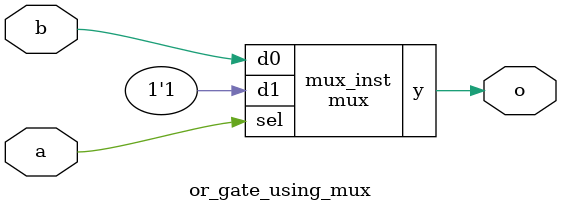
<source format=sv>

module mux
(
  input  d0, d1,
  input  sel,
  output y
);

  assign y = sel ? d1 : d0;

endmodule

//----------------------------------------------------------------------------
// Task
//----------------------------------------------------------------------------

module or_gate_using_mux
(
    input  a,
    input  b,
    output o
);

  // Task:

  // Implement or gate using instance(s) of mux,
  // constants 0 and 1, and wire connections
  mux mux_inst (
    .d0(b),
    .d1('1),
    .sel(a),
    .y(o)
  );


endmodule

</source>
